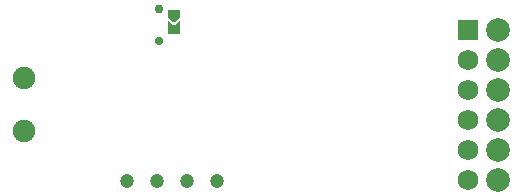
<source format=gbr>
%TF.GenerationSoftware,KiCad,Pcbnew,(6.0.7)*%
%TF.CreationDate,2022-08-11T09:50:48+02:00*%
%TF.ProjectId,cowstick-rp,636f7773-7469-4636-9b2d-72702e6b6963,1*%
%TF.SameCoordinates,Original*%
%TF.FileFunction,Soldermask,Bot*%
%TF.FilePolarity,Negative*%
%FSLAX46Y46*%
G04 Gerber Fmt 4.6, Leading zero omitted, Abs format (unit mm)*
G04 Created by KiCad (PCBNEW (6.0.7)) date 2022-08-11 09:50:48*
%MOMM*%
%LPD*%
G01*
G04 APERTURE LIST*
G04 Aperture macros list*
%AMFreePoly0*
4,1,28,0.201453,0.499398,0.202936,0.499913,0.218927,0.492160,0.235355,0.485355,0.235956,0.483903,0.237370,0.483218,0.637371,0.033218,0.642752,0.017705,0.649913,0.002936,0.648894,0.000000,0.649913,-0.002936,0.642752,-0.017705,0.637371,-0.033218,0.237370,-0.483218,0.235956,-0.483903,0.235355,-0.485355,0.218927,-0.492160,0.202936,-0.499913,0.201453,-0.499398,0.200000,-0.500000,
-0.400000,-0.500000,-0.435355,-0.485355,-0.450000,-0.450000,-0.450000,0.450000,-0.435355,0.485355,-0.400000,0.500000,0.200000,0.500000,0.201453,0.499398,0.201453,0.499398,$1*%
%AMFreePoly1*
4,1,30,0.435355,0.485355,0.450000,0.450000,0.450000,-0.450000,0.435355,-0.485355,0.400000,-0.500000,-0.600000,-0.500000,-0.616429,-0.493195,-0.633218,-0.487370,-0.633903,-0.485956,-0.635355,-0.485355,-0.642160,-0.468927,-0.649913,-0.452936,-0.649398,-0.451453,-0.650000,-0.450000,-0.643195,-0.433571,-0.637370,-0.416782,-0.266897,0.000000,-0.637370,0.416782,-0.643195,0.433571,-0.650000,0.450000,
-0.649398,0.451453,-0.649913,0.452936,-0.642160,0.468927,-0.635355,0.485355,-0.633903,0.485956,-0.633218,0.487370,-0.616429,0.493195,-0.600000,0.500000,0.400000,0.500000,0.435355,0.485355,0.435355,0.485355,$1*%
G04 Aperture macros list end*
%ADD10R,1.750000X1.750000*%
%ADD11C,1.750000*%
%ADD12C,2.000000*%
%ADD13C,0.750000*%
%ADD14C,0.700000*%
%ADD15C,1.900000*%
%ADD16FreePoly0,270.000000*%
%ADD17FreePoly1,270.000000*%
%ADD18C,1.198880*%
G04 APERTURE END LIST*
D10*
%TO.C,J2*%
X165836500Y-98650000D03*
D11*
X165836500Y-101190000D03*
X165836500Y-103730000D03*
X165836500Y-106270000D03*
X165836500Y-108810000D03*
X165836500Y-111350000D03*
D12*
X168376500Y-98650000D03*
X168376500Y-101190000D03*
X168376500Y-103730000D03*
X168376500Y-106270000D03*
X168376500Y-108810000D03*
X168376500Y-111350000D03*
%TD*%
D13*
%TO.C,SW1*%
X139750000Y-96875000D03*
D14*
X139750000Y-99625000D03*
%TD*%
D15*
%TO.C,P1*%
X128250000Y-102750000D03*
X128250000Y-107250000D03*
%TD*%
D16*
%TO.C,JP1*%
X141000000Y-97400000D03*
D17*
X141000000Y-98600000D03*
%TD*%
D18*
%TO.C,TP4*%
X139550000Y-111500000D03*
%TD*%
%TO.C,TP1*%
X137010000Y-111500000D03*
%TD*%
%TO.C,TP5*%
X142090000Y-111500000D03*
%TD*%
%TO.C,TP3*%
X144630000Y-111500000D03*
%TD*%
M02*

</source>
